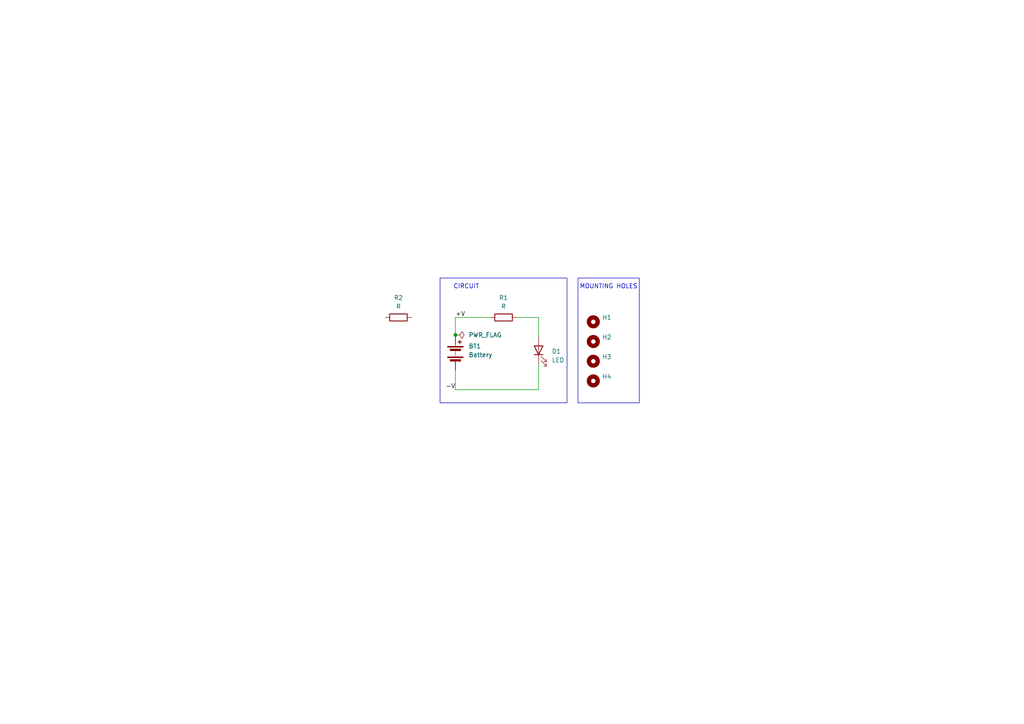
<source format=kicad_sch>
(kicad_sch (version 20231120) (generator "eeschema") (generator_version "8.0")
  (paper "A4")
  (lib_symbols
    (symbol "Device:Battery" (pin_numbers hide) (pin_names (offset 0) hide)
      (property "Reference" "BT" (at 2.54 2.54 0))
      (property "Value" "Battery" (at 2.54 0 0))
      (symbol "Battery_0_1"
        (rectangle (start -2.286 -1.27) (end 2.286 -1.524) (fill (type outline)))
        (rectangle (start -2.286 1.778) (end 2.286 1.524) (fill (type outline)))
        (rectangle (start -1.524 -2.032) (end 1.524 -2.54) (fill (type outline)))
        (rectangle (start -1.524 1.016) (end 1.524 0.508) (fill (type outline)))
        (polyline (pts (xy 0 -1.016) (xy 0 -0.762)))
        (polyline (pts (xy 0 -0.508) (xy 0 -0.254)))
        (polyline (pts (xy 0 0) (xy 0 0.254)))
        (polyline (pts (xy 0 1.778) (xy 0 2.54)))
        (polyline (pts (xy 0.762 3.048) (xy 1.778 3.048)) (stroke (width 0.254)))
        (polyline (pts (xy 1.27 3.556) (xy 1.27 2.54)) (stroke (width 0.254)))
      )
      (symbol "Battery_1_1"
        (pin passive line (at 0 5.08 270) (length 2.54) (name "+") (number "1"))
        (pin passive line (at 0 -5.08 90) (length 2.54) (name "-") (number "2"))
      )
    )
    (symbol "Device:LED" (pin_numbers hide) (pin_names (offset 1.016) hide)
      (property "Reference" "D" (at 0 2.54 0))
      (property "Value" "LED" (at 0 -2.54 0))
      (symbol "LED_0_1"
        (polyline (pts (xy -1.27 -1.27) (xy -1.27 1.27)) (stroke (width 0.254)))
        (polyline (pts (xy -1.27 0) (xy 1.27 0)))
        (polyline (pts (xy 1.27 -1.27) (xy 1.27 1.27) (xy -1.27 0) (xy 1.27 -1.27)) (stroke (width 0.254)))
        (polyline (pts (xy -3.048 -0.762) (xy -4.572 -2.286) (xy -3.81 -2.286) (xy -4.572 -2.286) (xy -4.572 -1.524)))
        (polyline (pts (xy -1.778 -0.762) (xy -3.302 -2.286) (xy -2.54 -2.286) (xy -3.302 -2.286) (xy -3.302 -1.524)))
      )
      (symbol "LED_1_1"
        (pin passive line (at -3.81 0 0) (length 2.54) (name "K") (number "1"))
        (pin passive line (at 3.81 0 180) (length 2.54) (name "A") (number "2"))
      )
    )
    (symbol "Device:R" (pin_numbers hide) (pin_names (offset 0))
      (property "Reference" "R" (at 2.032 0 90))
      (property "Value" "R" (at 0 0 90))
      (symbol "R_0_1"
        (rectangle (start -1.016 -2.54) (end 1.016 2.54) (stroke (width 0.254)))
      )
      (symbol "R_1_1"
        (pin passive line (at 0 3.81 270) (length 1.27) (name "~") (number "1"))
        (pin passive line (at 0 -3.81 90) (length 1.27) (name "~") (number "2"))
      )
    )
    (symbol "Mechanical:MountingHole" (pin_names (offset 1.016))
      (property "Reference" "H" (at 0 5.08 0))
      (property "Value" "MountingHole" (at 0 3.175 0))
      (symbol "MountingHole_0_1"
        (circle (center 0 0) (radius 1.27) (stroke (width 1.27)))
      )
    )
    (symbol "power:PWR_FLAG" (power) (pin_numbers hide) (pin_names (offset 0) hide)
      (property "Value" "PWR_FLAG" (at 0 3.81 0))
      (symbol "PWR_FLAG_0_0"
        (pin power_out line (at 0 0 90) (length 0) (name "~") (number "1"))
      )
      (symbol "PWR_FLAG_0_1"
        (polyline (pts (xy 0 0) (xy 0 1.27) (xy -1.016 1.905) (xy 0 2.54) (xy 1.016 1.905) (xy 0 1.27)))
      )
    )
  )
  (junction (at 132.08 97.155))
  (wire (pts (xy 132.08 97.155) (xy 132.08 92.075)))
  (wire (pts (xy 156.21 92.075) (xy 156.21 97.79)))
  (wire (pts (xy 149.86 92.075) (xy 156.21 92.075)))
  (wire (pts (xy 132.08 113.03) (xy 156.21 113.03)))
  (wire (pts (xy 132.08 107.315) (xy 132.08 113.03)))
  (wire (pts (xy 132.08 92.075) (xy 142.24 92.075)))
  (wire (pts (xy 156.21 113.03) (xy 156.21 105.41)))
  (rectangle (start 127.635 80.645) (end 164.465 116.84))
  (rectangle (start 167.64 80.645) (end 185.42 116.84))
  (text "CIRCUIT" (at 135.255 83.185 0) (effects (font (size 1.27 1.27))))
  (text "MOUNTING HOLES" (at 176.53 83.185 0) (effects (font (size 1.27 1.27))))
  (label "+V" (at 132.08 92.075 0))
  (label "-V" (at 132.08 113.03 180))
  (symbol (lib_id "Device:R") (at 146.05 92.075 90) (unit 1)
    (property "Reference" "R1" (at 146.05 86.36 90))
    (property "Value" "R" (at 146.05 88.9 90))
    (property "Footprint" "Resistor_SMD:R_0805_2012Metric" (effects (hide yes)))
    (property "Description" "Resistor" (effects (hide yes)))
  )
  (symbol (lib_id "Device:Battery") (at 132.08 102.235 0) (unit 1)
    (property "Reference" "BT1" (at 135.89 100.3934 0) (effects (justify left)))
    (property "Value" "Battery" (at 135.89 102.9334 0) (effects (justify left)))
    (property "Footprint" "Battery:BatteryHolder_LINX_BAT-HLD-012-SMT" (effects (hide yes)))
    (property "Description" "Multiple-cell battery" (effects (hide yes)))
  )
  (symbol (lib_id "Mechanical:MountingHole") (at 172.085 104.775 0) (unit 1) (in_bom no)
    (property "Reference" "H3" (at 174.625 103.5049 0) (effects (justify left)))
    (property "Value" "MountingHole" (effects (hide yes)))
    (property "Footprint" "MountingHole:MountingHole_3.2mm_M3_DIN965_Pad" (effects (hide yes)))
    (property "Description" "Mounting Hole without connection" (effects (hide yes)))
  )
  (symbol (lib_id "Mechanical:MountingHole") (at 172.085 93.345 0) (unit 1) (in_bom no)
    (property "Reference" "H1" (at 174.625 92.0749 0) (effects (justify left)))
    (property "Value" "MountingHole" (effects (hide yes)))
    (property "Footprint" "MountingHole:MountingHole_3.2mm_M3_DIN965_Pad" (effects (hide yes)))
    (property "Description" "Mounting Hole without connection" (effects (hide yes)))
  )
  (symbol (lib_id "power:PWR_FLAG") (at 132.08 97.155 270) (unit 1)
    (property "Reference" "#FLG01" (effects (hide yes)))
    (property "Value" "PWR_FLAG" (at 135.89 97.1549 90) (effects (justify left)))
    (property "Description" "Special symbol for telling ERC where power comes from" (effects (hide yes)))
  )
  (symbol (lib_id "Device:LED") (at 156.21 101.6 90) (unit 1)
    (property "Reference" "D1" (at 160.02 101.9174 90) (effects (justify right)))
    (property "Value" "LED" (at 160.02 104.4574 90) (effects (justify right)))
    (property "Footprint" "LED_SMD:LED_0805_2012Metric" (effects (hide yes)))
    (property "Description" "Light emitting diode" (effects (hide yes)))
  )
  (symbol (lib_id "Mechanical:MountingHole") (at 172.085 110.49 0) (unit 1) (in_bom no)
    (property "Reference" "H4" (at 174.625 109.2199 0) (effects (justify left)))
    (property "Value" "MountingHole" (effects (hide yes)))
    (property "Footprint" "MountingHole:MountingHole_3.2mm_M3_DIN965_Pad" (effects (hide yes)))
    (property "Description" "Mounting Hole without connection" (effects (hide yes)))
  )
  (symbol (lib_id "Device:R") (at 115.57 92.075 90) (unit 1)
    (property "Reference" "R2" (at 115.57 86.36 90))
    (property "Value" "R" (at 115.57 88.9 90))
    (property "Footprint" "Resistor_SMD:R_0805_2012Metric" (effects (hide yes)))
    (property "Description" "Resistor" (effects (hide yes)))
  )
  (symbol (lib_id "Mechanical:MountingHole") (at 172.085 99.06 0) (unit 1) (in_bom no)
    (property "Reference" "H2" (at 174.625 97.7899 0) (effects (justify left)))
    (property "Value" "MountingHole" (effects (hide yes)))
    (property "Footprint" "MountingHole:MountingHole_3.2mm_M3_DIN965_Pad" (effects (hide yes)))
    (property "Description" "Mounting Hole without connection" (effects (hide yes)))
  )
)
</source>
